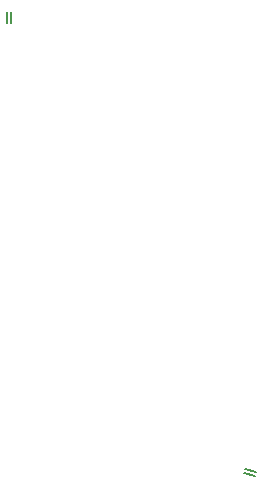
<source format=gto>
G04*
G04 #@! TF.GenerationSoftware,Altium Limited,Altium Designer,18.1.7 (191)*
G04*
G04 Layer_Color=65535*
%FSLAX43Y43*%
%MOMM*%
G71*
G01*
G75*
%ADD31C,0.127*%
D31*
X34335Y59271D02*
Y58319D01*
X33980Y59271D02*
Y58319D01*
X54957Y20015D02*
X54029Y20229D01*
X55037Y20361D02*
X54109Y20575D01*
M02*

</source>
